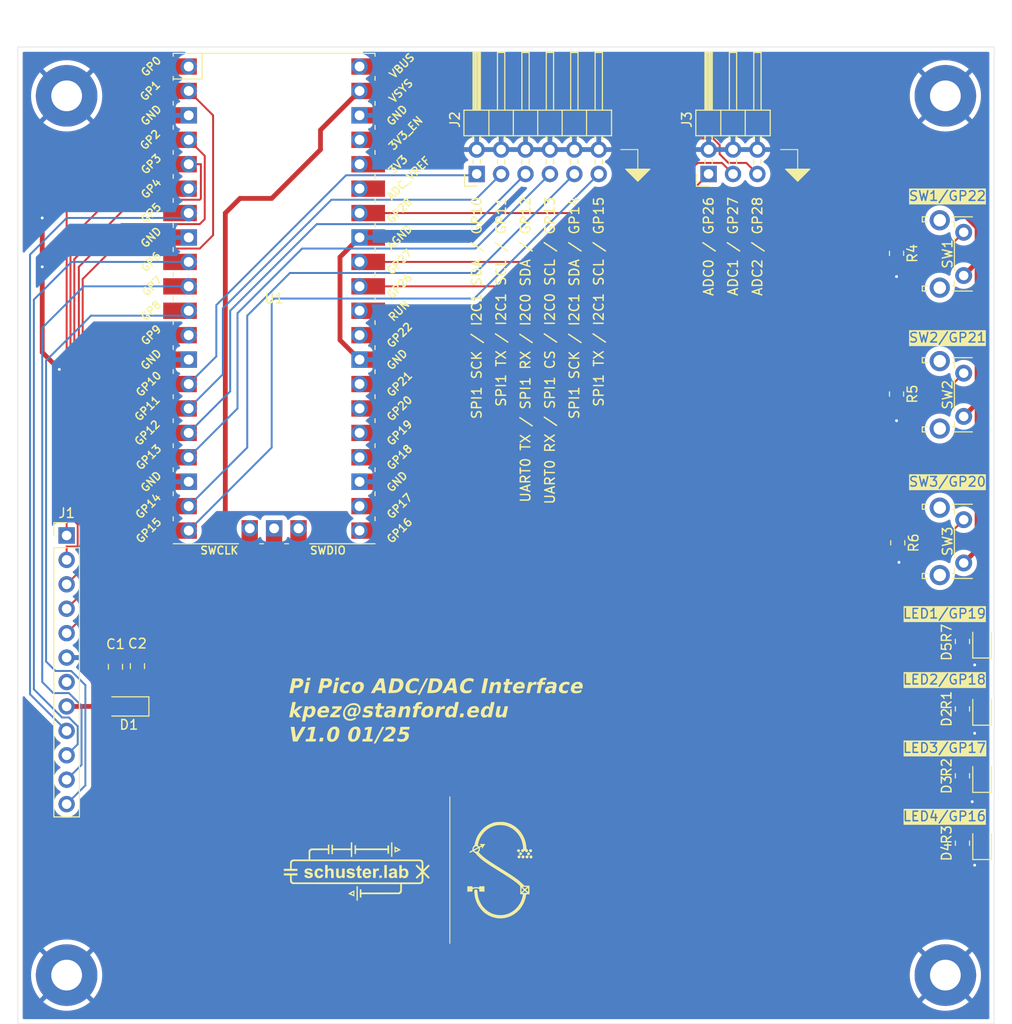
<source format=kicad_pcb>
(kicad_pcb (version 20240108) (generator "pcbnew") (generator_version "8.0")
  (layers (0 "F.Cu" signal) (31 "B.Cu" signal) (34 "B.Paste" user) (35 "F.Paste" user) (36 "B.SilkS" user "B.Silkscreen") (37 "F.SilkS" user "F.Silkscreen") (38 "B.Mask" user) (39 "F.Mask" user) (44 "Edge.Cuts" user))
  (net 0 "")
  (net 1 "+5V")
  (net 2 "GND")
  (net 3 "Net-(D1-K)")
  (net 4 "Net-(D2-A)")
  (net 5 "Net-(D3-A)")
  (net 6 "Net-(D4-A)")
  (net 7 "Net-(D5-A)")
  (net 8 "/SDO")
  (net 9 "/GPIO0{slash}~{ALARMIN}")
  (net 10 "/~{RESET}")
  (net 11 "/SCLK")
  (net 12 "/GPIO3{slash}~{DAV}")
  (net 14 "/GPIO1{slash}~{ALARMOUT}")
  (net 15 "/GPIO2{slash}~{ADCTRIG}")
  (net 16 "/~{CS}")
  (net 17 "/SDI")
  (net 18 "/SPI1_SCK_I2C1_SDA_GP14")
  (net 19 "/SPI1_SCK_I2C1_SDA_GP10")
  (net 20 "/SPI1_TX_I2C1_SCL_GP15")
  (net 21 "/UART0_TX_SPI1_RX_I2C0_SDA_GP12")
  (net 22 "/SPI1_TX_I2C1_SCL_GP11")
  (net 23 "/UART0_RX_SPI1_CS_I2C0_SCL_GP13")
  (net 24 "/ADC1")
  (net 25 "/ADC0")
  (net 26 "/ADC2")
  (net 27 "Net-(U1-GPIO18)")
  (net 28 "Net-(U1-GPIO17)")
  (net 29 "Net-(U1-GPIO16)")
  (net 30 "/SW1")
  (net 31 "/SW2")
  (net 32 "/SW3")
  (net 33 "Net-(U1-GPIO19)")
  (net 34 "+3V3")
  (footprint "LED_SMD:LED_0805_2012Metric" (layer "F.Cu") (at 100.3325 82.815 90)
    (property "Reference" "D4" (at -0.878 -3.6855 90) (layer "F.SilkS"))
    (property "Value" "LED")
    (pad "1" smd roundrect (at -0.9375 0 90) (size 0.975 1.4) (layers "F.Cu" "F.Paste" "F.Mask") (net 2 "GND"))
    (pad "2" smd roundrect (at 0.9375 0 90) (size 0.975 1.4) (layers "F.Cu" "F.Paste" "F.Mask") (net 6 "Net-(D4-A)"))
  )
  (footprint "Button_Switch_THT:SW_Tactile_SPST_Angled_PTS645Vx31-2LFS" (layer "F.Cu") (at 98.4275 33.92 -90)
    (property "Reference" "SW2" (at 2.25 1.68 90) (layer "F.SilkS"))
    (property "Value" "SW_SPST")
    (pad "" thru_hole circle (at -1.25 2.49 270) (size 2.1 2.1) (drill 1.3) (layers "*.Cu" "*.Mask"))
    (pad "" thru_hole circle (at 5.76 2.49 270) (size 2.1 2.1) (drill 1.3) (layers "*.Cu" "*.Mask"))
    (pad "1" thru_hole circle (at 0 0 270) (size 1.75 1.75) (drill 0.99) (layers "*.Cu" "*.Mask") (net 31 "/SW2"))
    (pad "2" thru_hole circle (at 4.5 0 270) (size 1.75 1.75) (drill 0.99) (layers "*.Cu" "*.Mask") (net 34 "+3V3"))
  )
  (footprint "Capacitor_SMD:C_0805_2012Metric" (layer "F.Cu") (at 12.446 64.389 90)
    (property "Reference" "C2" (at 2.352 0 180) (layer "F.SilkS"))
    (property "Value" "1u")
    (pad "1" smd roundrect (at -0.95 0 90) (size 1 1.45) (layers "F.Cu" "F.Paste" "F.Mask") (net 1 "+5V"))
    (pad "2" smd roundrect (at 0.95 0 90) (size 1 1.45) (layers "F.Cu" "F.Paste" "F.Mask") (net 2 "GND"))
  )
  (footprint "Resistor_SMD:R_0805_2012Metric" (layer "F.Cu") (at 98.298 61.8255 90)
    (property "Reference" "R7" (at 0.8655 -1.65 90) (layer "F.SilkS"))
    (property "Value" "5k")
    (pad "1" smd roundrect (at -0.9125 0 90) (size 1.025 1.4) (layers "F.Cu" "F.Paste" "F.Mask") (roundrect_rratio 0.243902) (net 33 "Net-(U1-GPIO19)"))
    (pad "2" smd roundrect (at 0.9125 0 90) (size 1.025 1.4) (layers "F.Cu" "F.Paste" "F.Mask") (roundrect_rratio 0.243902) (net 7 "Net-(D5-A)"))
  )
  (footprint "Resistor_SMD:R_0805_2012Metric" (layer "F.Cu") (at 91.44 36.0915 -90)
    (property "Reference" "R5" (at 0 -1.65 90) (layer "F.SilkS"))
    (property "Value" "5k")
    (pad "1" smd roundrect (at -0.9125 0 270) (size 1.025 1.4) (layers "F.Cu" "F.Paste" "F.Mask") (roundrect_rratio 0.243902) (net 31 "/SW2"))
    (pad "2" smd roundrect (at 0.9125 0 270) (size 1.025 1.4) (layers "F.Cu" "F.Paste" "F.Mask") (roundrect_rratio 0.243902) (net 2 "GND"))
  )
  (footprint "LED_SMD:LED_0805_2012Metric" (layer "F.Cu") (at 100.3325 61.86 90)
    (property "Reference" "D5" (at -1.005 -3.6855 90) (layer "F.SilkS"))
    (property "Value" "LED")
    (pad "1" smd roundrect (at -0.9375 0 90) (size 0.975 1.4) (layers "F.Cu" "F.Paste" "F.Mask") (net 2 "GND"))
    (pad "2" smd roundrect (at 0.9375 0 90) (size 0.975 1.4) (layers "F.Cu" "F.Paste" "F.Mask") (net 7 "Net-(D5-A)"))
  )
  (footprint "Connector_PinHeader_2.54mm:PinHeader_1x12_P2.54mm_Vertical" (layer "F.Cu") (at 5.08 50.8)
    (property "Reference" "J1" (at 0 -2.33 0) (layer "F.SilkS"))
    (property "Value" "Conn_01x12_Pin")
    (pad "1" thru_hole rect (at 0 0) (size 1.7 1.7) (drill 1) (layers "*.Cu" "*.Mask") (net 10 "/~{RESET}"))
    (pad "2" thru_hole oval (at 0 2.54) (size 1.7 1.7) (drill 1) (layers "*.Cu" "*.Mask") (net 8 "/SDO"))
    (pad "3" thru_hole oval (at 0 5.08) (size 1.7 1.7) (drill 1) (layers "*.Cu" "*.Mask") (net 17 "/SDI"))
    (pad "4" thru_hole oval (at 0 7.62) (size 1.7 1.7) (drill 1) (layers "*.Cu" "*.Mask") (net 11 "/SCLK"))
    (pad "5" thru_hole oval (at 0 10.16) (size 1.7 1.7) (drill 1) (layers "*.Cu" "*.Mask") (net 16 "/~{CS}"))
    (pad "6" thru_hole oval (at 0 12.7) (size 1.7 1.7) (drill 1) (layers "*.Cu" "*.Mask") (net 2 "GND"))
    (pad "7" thru_hole oval (at 0 15.24) (size 1.7 1.7) (drill 1) (layers "*.Cu" "*.Mask"))
    (pad "8" thru_hole oval (at 0 17.78) (size 1.7 1.7) (drill 1) (layers "*.Cu" "*.Mask") (net 1 "+5V"))
    (pad "9" thru_hole oval (at 0 20.32) (size 1.7 1.7) (drill 1) (layers "*.Cu" "*.Mask") (net 9 "/GPIO0{slash}~{ALARMIN}"))
    (pad "10" thru_hole oval (at 0 22.86) (size 1.7 1.7) (drill 1) (layers "*.Cu" "*.Mask") (net 14 "/GPIO1{slash}~{ALARMOUT}"))
    (pad "11" thru_hole oval (at 0 25.4) (size 1.7 1.7) (drill 1) (layers "*.Cu" "*.Mask") (net 15 "/GPIO2{slash}~{ADCTRIG}"))
    (pad "12" thru_hole oval (at 0 27.94) (size 1.7 1.7) (drill 1) (layers "*.Cu" "*.Mask") (net 12 "/GPIO3{slash}~{DAV}"))
  )
  (footprint "Resistor_SMD:R_0805_2012Metric" (layer "F.Cu") (at 91.567 51.562 -90)
    (property "Reference" "R6" (at 0 -1.65 90) (layer "F.SilkS"))
    (property "Value" "5k")
    (pad "1" smd roundrect (at -0.9125 0 270) (size 1.025 1.4) (layers "F.Cu" "F.Paste" "F.Mask") (roundrect_rratio 0.243902) (net 32 "/SW3"))
    (pad "2" smd roundrect (at 0.9125 0 270) (size 1.025 1.4) (layers "F.Cu" "F.Paste" "F.Mask") (roundrect_rratio 0.243902) (net 2 "GND"))
  )
  (footprint "Button_Switch_THT:SW_Tactile_SPST_Angled_PTS645Vx31-2LFS" (layer "F.Cu") (at 98.4275 49.16 -90)
    (property "Reference" "SW3" (at 2.25 1.68 90) (layer "F.SilkS"))
    (property "Value" "SW_SPST")
    (pad "" thru_hole circle (at -1.25 2.49 270) (size 2.1 2.1) (drill 1.3) (layers "*.Cu" "*.Mask"))
    (pad "" thru_hole circle (at 5.76 2.49 270) (size 2.1 2.1) (drill 1.3) (layers "*.Cu" "*.Mask"))
    (pad "1" thru_hole circle (at 0 0 270) (size 1.75 1.75) (drill 0.99) (layers "*.Cu" "*.Mask") (net 32 "/SW3"))
    (pad "2" thru_hole circle (at 4.5 0 270) (size 1.75 1.75) (drill 0.99) (layers "*.Cu" "*.Mask") (net 34 "+3V3"))
  )
  (footprint "MountingHole:MountingHole_3.2mm_M3_Pad" (layer "F.Cu") (at 5.08 96.52)
    (property "Reference" "H2" (hide yes))
    (property "Value" "MountingHole_Pad")
    (pad "1" thru_hole circle (at 0 0) (size 6.4 6.4) (drill 3.2) (layers "*.Cu" "*.Mask") (net 2 "GND"))
  )
  (footprint "Capacitor_SMD:C_0805_2012Metric" (layer "F.Cu") (at 10.16 64.455 90)
    (property "Reference" "C1" (at 2.352 0 180) (layer "F.SilkS"))
    (property "Value" "10u")
    (pad "1" smd roundrect (at -0.95 0 90) (size 1 1.45) (layers "F.Cu" "F.Paste" "F.Mask") (net 1 "+5V"))
    (pad "2" smd roundrect (at 0.95 0 90) (size 1 1.45) (layers "F.Cu" "F.Paste" "F.Mask") (net 2 "GND"))
  )
  (footprint "Button_Switch_THT:SW_Tactile_SPST_Angled_PTS645Vx31-2LFS" (layer "F.Cu") (at 98.4275 19.27 -90)
    (property "Reference" "SW1" (at 2.25 1.68 90) (layer "F.SilkS"))
    (property "Value" "SW_SPST")
    (pad "" thru_hole circle (at -1.25 2.49 270) (size 2.1 2.1) (drill 1.3) (layers "*.Cu" "*.Mask"))
    (pad "" thru_hole circle (at 5.76 2.49 270) (size 2.1 2.1) (drill 1.3) (layers "*.Cu" "*.Mask"))
    (pad "1" thru_hole circle (at 0 0 270) (size 1.75 1.75) (drill 0.99) (layers "*.Cu" "*.Mask") (net 30 "/SW1"))
    (pad "2" thru_hole circle (at 4.5 0 270) (size 1.75 1.75) (drill 0.99) (layers "*.Cu" "*.Mask") (net 34 "+3V3"))
  )
  (footprint "Connector_PinHeader_2.54mm:PinHeader_2x03_P2.54mm_Horizontal" (layer "F.Cu") (at 71.882 13.208 90)
    (property "Reference" "J3" (at 5.655 -2.27 90) (layer "F.SilkS"))
    (property "Value" "Conn_02x03_Odd_Even")
    (pad "1" thru_hole rect (at 0 0 90) (size 1.7 1.7) (drill 1) (layers "*.Cu" "*.Mask") (net 25 "/ADC0"))
    (pad "2" thru_hole oval (at 2.54 0 90) (size 1.7 1.7) (drill 1) (layers "*.Cu" "*.Mask") (net 2 "GND"))
    (pad "3" thru_hole oval (at 0 2.54 90) (size 1.7 1.7) (drill 1) (layers "*.Cu" "*.Mask") (net 24 "/ADC1"))
    (pad "4" thru_hole oval (at 2.54 2.54 90) (size 1.7 1.7) (drill 1) (layers "*.Cu" "*.Mask") (net 2 "GND"))
    (pad "5" thru_hole oval (at 0 5.08 90) (size 1.7 1.7) (drill 1) (layers "*.Cu" "*.Mask") (net 26 "/ADC2"))
    (pad "6" thru_hole oval (at 2.54 5.08 90) (size 1.7 1.7) (drill 1) (layers "*.Cu" "*.Mask") (net 2 "GND"))
  )
  (footprint "LED_SMD:LED_0805_2012Metric" (layer "F.Cu") (at 100.3325 68.845 90)
    (property "Reference" "D2" (at -0.878 -3.6855 90) (layer "F.SilkS"))
    (property "Value" "LED")
    (pad "1" smd roundrect (at -0.9375 0 90) (size 0.975 1.4) (layers "F.Cu" "F.Paste" "F.Mask") (net 2 "GND"))
    (pad "2" smd roundrect (at 0.9375 0 90) (size 0.975 1.4) (layers "F.Cu" "F.Paste" "F.Mask") (net 4 "Net-(D2-A)"))
  )
  (footprint "Connector_PinHeader_2.54mm:PinHeader_2x06_P2.54mm_Horizontal" (layer "F.Cu") (at 47.752 13.208 90)
    (property "Reference" "J2" (at 5.655 -2.27 90) (layer "F.SilkS"))
    (property "Value" "Conn_02x06_Odd_Even")
    (pad "1" thru_hole rect (at 0 0 90) (size 1.7 1.7) (drill 1) (layers "*.Cu" "*.Mask") (net 19 "/SPI1_SCK_I2C1_SDA_GP10"))
    (pad "2" thru_hole oval (at 2.54 0 90) (size 1.7 1.7) (drill 1) (layers "*.Cu" "*.Mask") (net 2 "GND"))
    (pad "3" thru_hole oval (at 0 2.54 90) (size 1.7 1.7) (drill 1) (layers "*.Cu" "*.Mask") (net 22 "/SPI1_TX_I2C1_SCL_GP11"))
    (pad "4" thru_hole oval (at 2.54 2.54 90) (size 1.7 1.7) (drill 1) (layers "*.Cu" "*.Mask") (net 2 "GND"))
    (pad "5" thru_hole oval (at 0 5.08 90) (size 1.7 1.7) (drill 1) (layers "*.Cu" "*.Mask") (net 21 "/UART0_TX_SPI1_RX_I2C0_SDA_GP12"))
    (pad "6" thru_hole oval (at 2.54 5.08 90) (size 1.7 1.7) (drill 1) (layers "*.Cu" "*.Mask") (net 2 "GND"))
    (pad "7" thru_hole oval (at 0 7.62 90) (size 1.7 1.7) (drill 1) (layers "*.Cu" "*.Mask") (net 23 "/UART0_RX_SPI1_CS_I2C0_SCL_GP13"))
    (pad "8" thru_hole oval (at 2.54 7.62 90) (size 1.7 1.7) (drill 1) (layers "*.Cu" "*.Mask") (net 2 "GND"))
    (pad "9" thru_hole oval (at 0 10.16 90) (size 1.7 1.7) (drill 1) (layers "*.Cu" "*.Mask") (net 18 "/SPI1_SCK_I2C1_SDA_GP14"))
    (pad "10" thru_hole oval (at 2.54 10.16 90) (size 1.7 1.7) (drill 1) (layers "*.Cu" "*.Mask") (net 2 "GND"))
    (pad "11" thru_hole oval (at 0 12.7 90) (size 1.7 1.7) (drill 1) (layers "*.Cu" "*.Mask") (net 20 "/SPI1_TX_I2C1_SCL_GP15"))
    (pad "12" thru_hole oval (at 2.54 12.7 90) (size 1.7 1.7) (drill 1) (layers "*.Cu" "*.Mask") (net 2 "GND"))
  )
  (footprint "MCU_RaspberryPi_and_Boards:RPi_Pico_SMD_TH" (layer "F.Cu") (at 26.67 26.162)
    (property "Reference" "U1" (at 0 0 0) (layer "F.SilkS"))
    (property "Value" "Pico")
    (fp_text user "GP8" (at -12.8 1.27 45) (layer "F.SilkS") (effects (font (size 0.8 0.8))))
    (fp_text user "GP2" (at -12.9 -16.51 45) (layer "F.SilkS") (effects (font (size 0.8 0.8))))
    (fp_text user "GND" (at -12.8 -6.35 45) (layer "F.SilkS") (effects (font (size 0.8 0.8))))
    (fp_text user "GP28" (at 13.054 -9.144 45) (layer "F.SilkS") (effects (font (size 0.8 0.8))))
    (fp_text user "GP3" (at -12.8 -13.97 45) (layer "F.SilkS") (effects (font (size 0.8 0.8))))
    (fp_text user "VBUS" (at 13.3 -24.2 45) (layer "F.SilkS") (effects (font (size 0.8 0.8))))
    (fp_text user "GP12" (at -13.2 13.97 45) (layer "F.SilkS") (effects (font (size 0.8 0.8))))
    (fp_text user "GP6" (at -12.8 -3.81 45) (layer "F.SilkS") (effects (font (size 0.8 0.8))))
    (fp_text user "AGND" (at 13.054 -6.35 45) (layer "F.SilkS") (effects (font (size 0.8 0.8))))
    (fp_text user "GP21" (at 13.054 8.9 45) (layer "F.SilkS") (effects (font (size 0.8 0.8))))
    (fp_text user "GP7" (at -12.7 -1.3 45) (layer "F.SilkS") (effects (font (size 0.8 0.8))))
    (fp_text user "GP18" (at 13.054 16.51 45) (layer "F.SilkS") (effects (font (size 0.8 0.8))))
    (fp_text user "SWDIO" (at 5.6 26.2 0) (layer "F.SilkS") (effects (font (size 0.8 0.8))))
    (fp_text user "GP26" (at 13.054 -1.27 45) (layer "F.SilkS") (effects (font (size 0.8 0.8))))
    (fp_text user "GP5" (at -12.8 -8.89 45) (layer "F.SilkS") (effects (font (size 0.8 0.8))))
    (fp_text user "GND" (at 12.8 19.05 45) (layer "F.SilkS") (effects (font (size 0.8 0.8))))
    (fp_text user "VSYS" (at 13.2 -21.59 45) (layer "F.SilkS") (effects (font (size 0.8 0.8))))
    (fp_text user "GND" (at -12.8 6.35 45) (layer "F.SilkS") (effects (font (size 0.8 0.8))))
    (fp_text user "GP14" (at -13.1 21.59 45) (layer "F.SilkS") (effects (font (size 0.8 0.8))))
    (fp_text user "3V3_EN" (at 13.7 -17.2 45) (layer "F.SilkS") (effects (font (size 0.8 0.8))))
    (fp_text user "GP11" (at -13.2 11.43 45) (layer "F.SilkS") (effects (font (size 0.8 0.8))))
    (fp_text user "GP27" (at 13.054 -3.8 45) (layer "F.SilkS") (effects (font (size 0.8 0.8))))
    (fp_text user "SWCLK" (at -5.7 26.2 0) (layer "F.SilkS") (effects (font (size 0.8 0.8))))
    (fp_text user "GP0" (at -12.8 -24.13 45) (layer "F.SilkS") (effects (font (size 0.8 0.8))))
    (fp_text user "GP4" (at -12.8 -11.43 45) (layer "F.SilkS") (effects (font (size 0.8 0.8))))
    (fp_text user "3V3" (at 12.9 -13.9 45) (layer "F.SilkS") (effects (font (size 0.8 0.8))))
    (fp_text user "GP9" (at -12.8 3.81 45) (layer "F.SilkS") (effects (font (size 0.8 0.8))))
    (fp_text user "GP17" (at 13.054 21.59 45) (layer "F.SilkS") (effects (font (size 0.8 0.8))))
    (fp_text user "GP10" (at -13.054 8.89 45) (layer "F.SilkS") (effects (font (size 0.8 0.8))))
    (fp_text user "GP1" (at -12.9 -21.6 45) (layer "F.SilkS") (effects (font (size 0.8 0.8))))
    (fp_text user "GP19" (at 13.054 13.97 45) (layer "F.SilkS") (effects (font (size 0.8 0.8))))
    (fp_text user "RUN" (at 13 1.27 45) (layer "F.SilkS") (effects (font (size 0.8 0.8))))
    (fp_text user "GP15" (at -13.054 24.13 45) (layer "F.SilkS") (effects (font (size 0.8 0.8))))
    (fp_text user "GP16" (at 13.054 24.13 45) (layer "F.SilkS") (effects (font (size 0.8 0.8))))
    (fp_text user "GP22" (at 13.054 3.81 45) (layer "F.SilkS") (effects (font (size 0.8 0.8))))
    (fp_text user "GP13" (at -13.054 16.51 45) (layer "F.SilkS") (effects (font (size 0.8 0.8))))
    (fp_text user "GND" (at -12.8 19.05 45) (layer "F.SilkS") (effects (font (size 0.8 0.8))))
    (fp_text user "GND" (at -12.8 -19.05 45) (layer "F.SilkS") (effects (font (size 0.8 0.8))))
    (fp_text user "GND" (at 12.8 -19.05 45) (layer "F.SilkS") (effects (font (size 0.8 0.8))))
    (fp_text user "GND" (at 12.8 6.35 45) (layer "F.SilkS") (effects (font (size 0.8 0.8))))
    (fp_text user "GP20" (at 13.054 11.43 45) (layer "F.SilkS") (effects (font (size 0.8 0.8))))
    (fp_text user "ADC_VREF" (at 14 -12.5 45) (layer "F.SilkS") (effects (font (size 0.8 0.8))))
    (pad "" np_thru_hole oval (at -2.725 -24) (size 1.8 1.8) (drill 1.8) (layers "*.Cu" "*.Mask"))
    (pad "" np_thru_hole oval (at -2.425 -20.97) (size 1.5 1.5) (drill 1.5) (layers "*.Cu" "*.Mask"))
    (pad "" np_thru_hole oval (at 2.425 -20.97) (size 1.5 1.5) (drill 1.5) (layers "*.Cu" "*.Mask"))
    (pad "" np_thru_hole oval (at 2.725 -24) (size 1.8 1.8) (drill 1.8) (layers "*.Cu" "*.Mask"))
    (pad "1" thru_hole oval (at -8.89 -24.13) (size 1.7 1.7) (drill 1.02) (layers "*.Cu" "*.Mask") (net 10 "/~{RESET}"))
    (pad "1" smd rect (at -8.89 -24.13) (size 3.5 1.7) (drill (offset -0.9 0)) (layers "F.Cu" "F.Mask") (net 10 "/~{RESET}"))
    (pad "2" thru_hole oval (at -8.89 -21.59) (size 1.7 1.7) (drill 1.02) (layers "*.Cu" "*.Mask") (net 16 "/~{CS}"))
    (pad "2" smd rect (at -8.89 -21.59) (size 3.5 1.7) (drill (offset -0.9 0)) (layers "F.Cu" "F.Mask") (net 16 "/~{CS}"))
    (pad "3" thru_hole rect (at -8.89 -19.05) (size 1.7 1.7) (drill 1.02) (layers "*.Cu" "*.Mask") (net 2 "GND"))
    (pad "3" smd rect (at -8.89 -19.05) (size 3.5 1.7) (drill (offset -0.9 0)) (layers "F.Cu" "F.Mask") (net 2 "GND"))
    (pad "4" thru_hole oval (at -8.89 -16.51) (size 1.7 1.7) (drill 1.02) (layers "*.Cu" "*.Mask") (net 11 "/SCLK"))
    (pad "4" smd rect (at -8.89 -16.51) (size 3.5 1.7) (drill (offset -0.9 0)) (layers "F.Cu" "F.Mask") (net 11 "/SCLK"))
    (pad "5" thru_hole oval (at -8.89 -13.97) (size 1.7 1.7) (drill 1.02) (layers "*.Cu" "*.Mask") (net 17 "/SDI"))
    (pad "5" smd rect (at -8.89 -13.97) (size 3.5 1.7) (drill (offset -0.9 0)) (layers "F.Cu" "F.Mask") (net 17 "/SDI"))
    (pad "6" thru_hole oval (at -8.89 -11.43) (size 1.7 1.7) (drill 1.02) (layers "*.Cu" "*.Mask") (net 8 "/SDO"))
    (pad "6" smd rect (at -8.89 -11.43) (size 3.5 1.7) (drill (offset -0.9 0)) (layers "F.Cu" "F.Mask") (net 8 "/SDO"))
    (pad "7" thru_hole oval (at -8.89 -8.89) (size 1.7 1.7) (drill 1.02) (layers "*.Cu" "*.Mask") (net 9 "/GPIO0{slash}~{ALARMIN}"))
    (pad "7" smd rect (at -8.89 -8.89) (size 3.5 1.7) (drill (offset -0.9 0)) (layers "F.Cu" "F.Mask") (net 9 "/GPIO0{slash}~{ALARMIN}"))
    (pad "8" thru_hole rect (at -8.89 -6.35) (size 1.7 1.7) (drill 1.02) (layers "*.Cu" "*.Mask") (net 2 "GND"))
    (pad "8" smd rect (at -8.89 -6.35) (size 3.5 1.7) (drill (offset -0.9 0)) (layers "F.Cu" "F.Mask") (net 2 "GND"))
    (pad "9" thru_hole oval (at -8.89 -3.81) (size 1.7 1.7) (drill 1.02) (layers "*.Cu" "*.Mask") (net 14 "/GPIO1{slash}~{ALARMOUT}"))
    (pad "9" smd rect (at -8.89 -3.81) (size 3.5 1.7) (drill (offset -0.9 0)) (layers "F.Cu" "F.Mask") (net 14 "/GPIO1{slash}~{ALARMOUT}"))
    (pad "10" thru_hole oval (at -8.89 -1.27) (size 1.7 1.7) (drill 1.02) (layers "*.Cu" "*.Mask") (net 15 "/GPIO2{slash}~{ADCTRIG}"))
    (pad "10" smd rect (at -8.89 -1.27) (size 3.5 1.7) (drill (offset -0.9 0)) (layers "F.Cu" "F.Mask") (net 15 "/GPIO2{slash}~{ADCTRIG}"))
    (pad "11" thru_hole oval (at -8.89 1.27) (size 1.7 1.7) (drill 1.02) (layers "*.Cu" "*.Mask") (net 12 "/GPIO3{slash}~{DAV}"))
    (pad "11" smd rect (at -8.89 1.27) (size 3.5 1.7) (drill (offset -0.9 0)) (layers "F.Cu" "F.Mask") (net 12 "/GPIO3{slash}~{DAV}"))
    (pad "12" thru_hole oval (at -8.89 3.81) (size 1.7 1.7) (drill 1.02) (layers "*.Cu" "*.Mask"))
    (pad "12" smd rect (at -8.89 3.81) (size 3.5 1.7) (drill (offset -0.9 0)) (layers "F.Cu" "F.Mask"))
    (pad "13" thru_hole rect (at -8.89 6.35) (size 1.7 1.7) (drill 1.02) (layers "*.Cu" "*.Mask") (net 2 "GND"))
    (pad "13" smd rect (at -8.89 6.35) (size 3.5 1.7) (drill (offset -0.9 0)) (layers "F.Cu" "F.Mask") (net 2 "GND"))
    (pad "14" thru_hole oval (at -8.89 8.89) (size 1.7 1.7) (drill 1.02) (layers "*.Cu" "*.Mask") (net 19 "/SPI1_SCK_I2C1_SDA_GP10"))
    (pad "14" smd rect (at -8.89 8.89) (size 3.5 1.7) (drill (offset -0.9 0)) (layers "F.Cu" "F.Mask") (net 19 "/SPI1_SCK_I2C1_SDA_GP10"))
    (pad "15" thru_hole oval (at -8.89 11.43) (size 1.7 1.7) (drill 1.02) (layers "*.Cu" "*.Mask") (net 22 "/SPI1_TX_I2C1_SCL_GP11"))
    (pad "15" smd rect (at -8.89 11.43) (size 3.5 1.7) (drill (offset -0.9 0)) (layers "F.Cu" "F.Mask") (net 22 "/SPI1_TX_I2C1_SCL_GP11"))
    (pad "16" thru_hole oval (at -8.89 13.97) (size 1.7 1.7) (drill 1.02) (layers "*.Cu" "*.Mask") (net 21 "/UART0_TX_SPI1_RX_I2C0_SDA_GP12"))
    (pad "16" smd rect (at -8.89 13.97) (size 3.5 1.7) (drill (offset -0.9 0)) (layers "F.Cu" "F.Mask") (net 21 "/UART0_TX_SPI1_RX_I2C0_SDA_GP12"))
    (pad "17" thru_hole oval (at -8.89 16.51) (size 1.7 1.7) (drill 1.02) (layers "*.Cu" "*.Mask") (net 23 "/UART0_RX_SPI1_CS_I2C0_SCL_GP13"))
    (pad "17" smd rect (at -8.89 16.51) (size 3.5 1.7) (drill (offset -0.9 0)) (layers "F.Cu" "F.Mask") (net 23 "/UART0_RX_SPI1_CS_I2C0_SCL_GP13"))
    (pad "18" thru_hole rect (at -8.89 19.05) (size 1.7 1.7) (drill 1.02) (layers "*.Cu" "*.Mask") (net 2 "GND"))
    (pad "18" smd rect (at -8.89 19.05) (size 3.5 1.7) (drill (offset -0.9 0)) (layers "F.Cu" "F.Mask") (net 2 "GND"))
    (pad "19" thru_hole oval (at -8.89 21.59) (size 1.7 1.7) (drill 1.02) (layers "*.Cu" "*.Mask") (net 18 "/SPI1_SCK_I2C1_SDA_GP14"))
    (pad "19" smd rect (at -8.89 21.59) (size 3.5 1.7) (drill (offset -0.9 0)) (layers "F.Cu" "F.Mask") (net 18 "/SPI1_SCK_I2C1_SDA_GP14"))
    (pad "20" thru_hole oval (at -8.89 24.13) (size 1.7 1.7) (drill 1.02) (layers "*.Cu" "*.Mask") (net 20 "/SPI1_TX_I2C1_SCL_GP15"))
    (pad "20" smd rect (at -8.89 24.13) (size 3.5 1.7) (drill (offset -0.9 0)) (layers "F.Cu" "F.Mask") (net 20 "/SPI1_TX_I2C1_SCL_GP15"))
    (pad "21" thru_hole oval (at 8.89 24.13) (size 1.7 1.7) (drill 1.02) (layers "*.Cu" "*.Mask") (net 29 "Net-(U1-GPIO16)"))
    (pad "21" smd rect (at 8.89 24.13) (size 3.5 1.7) (drill (offset 0.9 0)) (layers "F.Cu" "F.Mask") (net 29 "Net-(U1-GPIO16)"))
    (pad "22" thru_hole oval (at 8.89 21.59) (size 1.7 1.7) (drill 1.02) (layers "*.Cu" "*.Mask") (net 28 "Net-(U1-GPIO17)"))
    (pad "22" smd rect (at 8.89 21.59) (size 3.5 1.7) (drill (offset 0.9 0)) (layers "F.Cu" "F.Mask") (net 28 "Net-(U1-GPIO17)"))
    (pad "23" thru_hole rect (at 8.89 19.05) (size 1.7 1.7) (drill 1.02) (layers "*.Cu" "*.Mask") (net 2 "GND"))
    (pad "23" smd rect (at 8.89 19.05) (size 3.5 1.7) (drill (offset 0.9 0)) (layers "F.Cu" "F.Mask") (net 2 "GND"))
    (pad "24" thru_hole oval (at 8.89 16.51) (size 1.7 1.7) (drill 1.02) (layers "*.Cu" "*.Mask") (net 27 "Net-(U1-GPIO18)"))
    (pad "24" smd rect (at 8.89 16.51) (size 3.5 1.7) (drill (offset 0.9 0)) (layers "F.Cu" "F.Mask") (net 27 "Net-(U1-GPIO18)"))
    (pad "25" thru_hole oval (at 8.89 13.97) (size 1.7 1.7) (drill 1.02) (layers "*.Cu" "*.Mask") (net 33 "Net-(U1-GPIO19)"))
    (pad "25" smd rect (at 8.89 13.97) (size 3.5 1.7) (drill (offset 0.9 0)) (layers "F.Cu" "F.Mask") (net 33 "Net-(U1-GPIO19)"))
    (pad "26" thru_hole oval (at 8.89 11.43) (size 1.7 1.7) (drill 1.02) (layers "*.Cu" "*.Mask") (net 32 "/SW3"))
    (pad "26" smd rect (at 8.89 11.43) (size 3.5 1.7) (drill (offset 0.9 0)) (layers "F.Cu" "F.Mask") (net 32 "/SW3"))
    (pad "27" thru_hole oval (at 8.89 8.89) (size 1.7 1.7) (drill 1.02) (layers "*.Cu" "*.Mask") (net 31 "/SW2"))
    (pad "27" smd rect (at 8.89 8.89) (size 3.5 1.7) (drill (offset 0.9 0)) (layers "F.Cu" "F.Mask") (net 31 "/SW2"))
    (pad "28" thru_hole rect (at 8.89 6.35) (size 1.7 1.7) (drill 1.02) (layers "*.Cu" "*.Mask") (net 2 "GND"))
    (pad "28" smd rect (at 8.89 6.35) (size 3.5 1.7) (drill (offset 0.9 0)) (layers "F.Cu" "F.Mask") (net 2 "GND"))
    (pad "29" thru_hole oval (at 8.89 3.81) (size 1.7 1.7) (drill 1.02) (layers "*.Cu" "*.Mask") (net 30 "/SW1"))
    (pad "29" smd rect (at 8.89 3.81) (size 3.5 1.7) (drill (offset 0.9 0)) (layers "F.Cu" "F.Mask") (net 30 "/SW1"))
    (pad "30" thru_hole oval (at 8.89 1.27) (size 1.7 1.7) (drill 1.02) (layers "*.Cu" "*.Mask"))
    (pad "30" smd rect (at 8.89 1.27) (size 3.5 1.7) (drill (offset 0.9 0)) (layers "F.Cu" "F.Mask"))
    (pad "31" thru_hole oval (at 8.89 -1.27) (size 1.7 1.7) (drill 1.02) (layers "*.Cu" "*.Mask") (net 25 "/ADC0"))
    (pad "31" smd rect (at 8.89 -1.27) (size 3.5 1.7) (drill (offset 0.9 0)) (layers "F.Cu" "F.Mask") (net 25 "/ADC0"))
    (pad "32" thru_hole oval (at 8.89 -3.81) (size 1.7 1.7) (drill 1.02) (layers "*.Cu" "*.Mask") (net 24 "/ADC1"))
    (pad "32" smd rect (at 8.89 -3.81) (size 3.5 1.7) (drill (offset 0.9 0)) (layers "F.Cu" "F.Mask") (net 24 "/ADC1"))
    (pad "33" thru_hole rect (at 8.89 -6.35) (size 1.7 1.7) (drill 1.02) (layers "*.Cu" "*.Mask") (net 2 "GND"))
    (pad "33" smd rect (at 8.89 -6.35) (size 3.5 1.7) (drill (offset 0.9 0)) (layers "F.Cu" "F.Mask") (net 2 "GND"))
    (pad "34" thru_hole oval (at 8.89 -8.89) (size 1.7 1.7) (drill 1.02) (layers "*.Cu" "*.Mask") (net 26 "/ADC2"))
    (pad "34" smd rect (at 8.89 -8.89) (size 3.5 1.7) (drill (offset 0.9 0)) (layers "F.Cu" "F.Mask") (net 26 "/ADC2"))
    (pad "35" thru_hole oval (at 8.89 -11.43) (size 1.7 1.7) (drill 1.02) (layers "*.Cu" "*.Mask"))
    (pad "35" smd rect (at 8.89 -11.43) (size 3.5 1.7) (drill (offset 0.9 0)) (layers "F.Cu" "F.Mask"))
    (pad "36" thru_hole oval (at 8.89 -13.97) (size 1.7 1.7) (drill 1.02) (layers "*.Cu" "*.Mask") (net 34 "+3V3"))
    (pad "36" smd rect (at 8.89 -13.97) (size 3.5 1.7) (drill (offset 0.9 0)) (layers "F.Cu" "F.Mask") (net 34 "+3V3"))
    (pad "37" thru_hole oval (at 8.89 -16.51) (size 1.7 1.7) (drill 1.02) (layers "*.Cu" "*.Mask"))
    (pad "37" smd rect (at 8.89 -16.51) (size 3.5 1.7) (drill (offset 0.9 0)) (layers "F.Cu" "F.Mask"))
    (pad "38" thru_hole rect (at 8.89 -19.05) (size 1.7 1.7) (drill 1.02) (layers "*.Cu" "*.Mask") (net 2 "GND"))
    (pad "38" smd rect (at 8.89 -19.05) (size 3.5 1.7) (drill (offset 0.9 0)) (layers "F.Cu" "F.Mask") (net 2 "GND"))
    (pad "39" thru_hole oval (at 8.89 -21.59) (size 1.7 1.7) (drill 1.02) (layers "*.Cu" "*.Mask") (net 3 "Net-(D1-K)"))
    (pad "39" smd rect (at 8.89 -21.59) (size 3.5 1.7) (drill (offset 0.9 0)) (layers "F.Cu" "F.Mask") (net 3 "Net-(D1-K)"))
    (pad "40" thru_hole oval (at 8.89 -24.13) (size 1.7 1.7) (drill 1.02) (layers "*.Cu" "*.Mask"))
    (pad "40" smd rect (at 8.89 -24.13) (size 3.5 1.7) (drill (offset 0.9 0)) (layers "F.Cu" "F.Mask"))
    (pad "41" thru_hole oval (at -2.54 23.9) (size 1.7 1.7) (drill 1.02) (layers "*.Cu" "*.Mask"))
    (pad "41" smd rect (at -2.54 23.9 90) (size 3.5 1.7) (drill (offset -0.9 0)) (layers "F.Cu" "F.Mask"))
    (pad "42" thru_hole rect (at 0 23.9) (size 1.7 1.7) (drill 1.02) (layers "*.Cu" "*.Mask"))
    (pad "42" smd rect (at 0 23.9 90) (size 3.5 1.7) (drill (offset -0.9 0)) (layers "F.Cu" "F.Mask"))
    (pad "43" thru_hole oval (at 2.54 23.9) (size 1.7 1.7) (drill 1.02) (layers "*.Cu" "*.Mask"))
    (pad "43" smd rect (at 2.54 23.9 90) (size 3.5 1.7) (drill (offset -0.9 0)) (layers "F.Cu" "F.Mask"))
  )
  (footprint "MountingHole:MountingHole_3.2mm_M3_Pad" (layer "F.Cu") (at 96.52 5.08)
    (property "Reference" "H3" (hide yes))
    (property "Value" "MountingHole_Pad")
    (pad "1" thru_hole circle (at 0 0) (size 6.4 6.4) (drill 3.2) (layers "*.Cu" "*.Mask") (net 2 "GND"))
  )
  (footprint "Resistor_SMD:R_0805_2012Metric" (layer "F.Cu") (at 98.298 82.804 90)
    (property "Reference" "R3" (at 0.889 -1.65 90) (layer "F.SilkS"))
    (property "Value" "5k")
    (pad "1" smd roundrect (at -0.9125 0 90) (size 1.025 1.4) (layers "F.Cu" "F.Paste" "F.Mask") (roundrect_rratio 0.243902) (net 29 "Net-(U1-GPIO16)"))
    (pad "2" smd roundrect (at 0.9125 0 90) (size 1.025 1.4) (layers "F.Cu" "F.Paste" "F.Mask") (roundrect_rratio 0.243902) (net 6 "Net-(D4-A)"))
  )
  (footprint "MountingHole:MountingHole_3.2mm_M3_Pad" (layer "F.Cu") (at 5.08 5.08)
    (property "Reference" "H1" (hide yes))
    (property "Value" "MountingHole_Pad")
    (pad "1" thru_hole circle (at 0 0) (size 6.4 6.4) (drill 3.2) (layers "*.Cu" "*.Mask") (net 2 "GND"))
  )
  (footprint "Resistor_SMD:R_0805_2012Metric" (layer "F.Cu") (at 91.44 21.463 -90)
    (property "Reference" "R4" (at 0 -1.65 90) (layer "F.SilkS"))
    (property "Value" "5k")
    (pad "1" smd roundrect (at -0.9125 0 270) (size 1.025 1.4) (layers "F.Cu" "F.Paste" "F.Mask") (roundrect_rratio 0.243902) (net 30 "/SW1"))
    (pad "2" smd roundrect (at 0.9125 0 270) (size 1.025 1.4) (layers "F.Cu" "F.Paste" "F.Mask") (roundrect_rratio 0.243902) (net 2 "GND"))
  )
  (footprint "lablogos:slablogo" (layer "F.Cu") (at 35.433 85.598)
    (property "Reference" "G***" (hide yes))
    (property "Value" "LOGO" (hide yes))
  )
  (footprint "Diode_SMD:D_SOD-123F" (layer "F.Cu") (at 11.43 68.58 180)
    (property "Reference" "D1" (at -0.127 -1.905 0) (layer "F.SilkS"))
    (property "Value" "D_Schottky")
    (pad "1" smd roundrect (at -1.4 0 180) (size 1.1 1.1) (layers "F.Cu" "F.Paste" "F.Mask") (roundrect_rratio 0.2272727273) (net 3 "Net-(D1-K)"))
    (pad "2" smd roundrect (at 1.4 0 180) (size 1.1 1.1) (layers "F.Cu" "F.Paste" "F.Mask") (roundrect_rratio 0.2272727273) (net 1 "+5V"))
  )
  (footprint "lablogos:LINQSlogo" (layer "F.Cu") (at 50.038 85.598)
    (property "Reference" "G***" (hide yes))
    (property "Value" "LOGO" (hide yes))
  )
  (footprint "Resistor_SMD:R_0805_2012Metric" (layer "F.Cu") (at 98.298 68.834 90)
    (property "Reference" "R1" (at 0.889 -1.651 90) (layer "F.SilkS"))
    (property "Value" "5k")
    (pad "1" smd roundrect (at -0.9125 0 90) (size 1.025 1.4) (layers "F.Cu" "F.Paste" "F.Mask") (roundrect_rratio 0.243902) (net 27 "Net-(U1-GPIO18)"))
    (pad "2" smd roundrect (at 0.9125 0 90) (size 1.025 1.4) (layers "F.Cu" "F.Paste" "F.Mask") (roundrect_rratio 0.243902) (net 4 "Net-(D2-A)"))
  )
  (footprint "LED_SMD:LED_0805_2012Metric" (layer "F.Cu") (at 100.3325 75.83 90)
    (property "Reference" "D3" (at -0.878 -3.6855 90) (layer "F.SilkS"))
    (property "Value" "LED")
    (pad "1" smd roundrect (at -0.9375 0 90) (size 0.975 1.4) (layers "F.Cu" "F.Paste" "F.Mask") (net 2 "GND"))
    (pad "2" smd roundrect (at 0.9375 0 90) (size 0.975 1.4) (layers "F.Cu" "F.Paste" "F.Mask") (net 5 "Net-(D3-A)"))
  )
  (footprint "Resistor_SMD:R_0805_2012Metric" (layer "F.Cu") (at 98.298 75.7955 90)
    (property "Reference" "R2" (at 0.8655 -1.651 90) (layer "F.SilkS"))
    (property "Value" "5k")
    (pad "1" smd roundrect (at -0.9125 0 90) (size 1.025 1.4) (layers "F.Cu" "F.Paste" "F.Mask") (roundrect_rratio 0.243902) (net 28 "Net-(U1-GPIO17)"))
    (pad "2" smd roundrect (at 0.9125 0 90) (size 1.025 1.4) (layers "F.Cu" "F.Paste" "F.Mask") (roundrect_rratio 0.243902) (net 5 "Net-(D3-A)"))
  )
  (footprint "MountingHole:MountingHole_3.2mm_M3_Pad" (layer "F.Cu") (at 96.52 96.52)
    (property "Reference" "H4" (hide yes))
    (property "Value" "MountingHole_Pad")
    (pad "1" thru_hole circle (at 0 0) (size 6.4 6.4) (drill 3.2) (layers "*.Cu" "*.Mask") (net 2 "GND"))
  )
  (gr_line (start 64.516 10.668) (end 62.738 10.668) (stroke (width 0.1)) (layer "F.SilkS"))
  (gr_poly (pts (xy 79.883 12.7) (xy 82.423 12.7) (xy 81.153 13.97)) (stroke (width 0.1)) (fill solid) (layer "F.SilkS"))
  (gr_poly (pts (xy 63.246 12.7) (xy 65.786 12.7) (xy 64.516 13.97)) (stroke (width 0.1)) (fill solid) (layer "F.SilkS"))
  (gr_line (start 44.958 77.978) (end 44.958 93.218) (stroke (width 0.1)) (layer "F.SilkS"))
  (gr_line (start 81.153 10.668) (end 81.153 12.7) (stroke (width 0.1)) (layer "F.SilkS"))
  (gr_line (start 81.153 10.668) (end 79.375 10.668) (stroke (width 0.1)) (layer "F.SilkS"))
  (gr_line (start 64.516 10.668) (end 64.516 12.7) (stroke (width 0.1)) (layer "F.SilkS"))
  (gr_rect (start 0 0) (end 101.6 101.6) (stroke (width 0.05)) (fill none) (layer "Edge.Cuts"))
  (gr_text "SW1/GP22" (at 100.838 15.494 0) (layer "F.SilkS" knockout) (effects (font (size 1 1)) (justify right)))
  (gr_text "UART0 TX / SPI1 RX / I2C0 SDA / GP12" (at 52.832 15.494 90) (layer "F.SilkS") (effects (font (size 1 1)) (justify right)))
  (gr_text "LED4/GP16" (at 100.838 80.01 0) (layer "F.SilkS" knockout) (effects (font (size 1 1)) (justify right)))
  (gr_text "SPI1 SCK / I2C1 SDA / GP10" (at 47.752 15.494 90) (layer "F.SilkS") (effects (font (size 1 1)) (justify right)))
  (gr_text "LED2/GP18" (at 100.838 65.786 0) (layer "F.SilkS" knockout) (effects (font (size 1 1)) (justify right)))
  (gr_text "SPI1 TX / I2C1 SCL / GP15" (at 60.452 15.494 90) (layer "F.SilkS") (effects (font (size 1 1)) (justify right)))
  (gr_text "ADC2 / GP28" (at 76.962 15.494 90) (layer "F.SilkS") (effects (font (size 1 1)) (justify right)))
  (gr_text "SPI1 SCK / I2C1 SDA / GP14" (at 57.912 15.494 90) (layer "F.SilkS") (effects (font (size 1 1)) (justify right)))
  (gr_text "UART0 RX / SPI1 CS / I2C0 SCL / GP13" (at 55.372 15.494 90) (layer "F.SilkS") (effects (font (size 1 1)) (justify right)))
  (gr_text "ADC1 / GP27" (at 74.422 15.494 90) (layer "F.SilkS") (effects (font (size 1 1)) (justify right)))
  (gr_text "Pi Pico ADC/DAC Interface\nkpez@stanford.edu\nV1.0 01/25" (at 28.067 69.088 0) (layer "F.SilkS") (effects (font (size 1.5 1.5) (thickness 0.3) (bold yes) (italic yes)) (justify left)))
  (gr_text "LED3/GP17" (at 100.838 72.898 0) (layer "F.SilkS" knockout) (effects (font (size 1 1)) (justify right)))
  (gr_text "ADC0 / GP26" (at 71.882 15.494 90) (layer "F.SilkS") (effects (font (size 1 1)) (justify right)))
  (gr_text "LED1/GP19" (at 100.838 58.928 0) (layer "F.SilkS" knockout) (effects (font (size 1 1)) (justify right)))
  (gr_text "SW3/GP20" (at 100.838 45.212 0) (layer "F.SilkS" knockout) (effects (font (size 1 1)) (justify right)))
  (gr_text "SW2/GP21" (at 100.838 30.226 0) (layer "F.SilkS" knockout) (effects (font (size 1 1)) (justify right)))
  (gr_text "SPI1 TX / I2C1 SCL / GP11" (at 50.292 15.494 90) (layer "F.SilkS") (effects (font (size 1 1)) (justify right)))
  (segment (start 10.03 68.58) (end 5.08 68.58) (width 0.5) (layer "F.Cu") (net 1))
  (segment (start 10.16 65.405) (end 12.38 65.405) (width 0.5) (layer "F.Cu") (net 1))
  (segment (start 12.38 65.405) (end 12.446 65.339) (width 0.5) (layer "F.Cu") (net 1))
  (segment (start 10.16 65.405) (end 10.16 68.45) (width 0.5) (layer "F.Cu") (net 1))
  (segment (start 10.16 68.45) (end 10.03 68.58) (width 0.5) (layer "F.Cu") (net 1))
  (segment (start 100.3325 69.7825) (end 100.3325 70.6095) (width 0.5) (layer "F.Cu") (net 2))
  (segment (start 2.54 22.86) (end 2.54 31.75) (width 0.5) (layer "F.Cu") (net 2))
  (segment (start 2.54 17.78) (end 2.54 22.86) (width 0.5) (layer "F.Cu") (net 2))
  (segment (start 100.3325 84.3255) (end 99.568 85.09) (width 0.5) (layer "F.Cu") (net 2))
  (segment (start 100.3325 63.4975) (end 99.568 64.262) (width 0.5) (layer "F.Cu") (net 2))
  (segment (start 100.3325 77.4675) (end 99.314 78.486) (width 0.5) (layer "F.Cu") (net 2))
  (segment (start 100.3325 62.7975) (end 100.3325 63.4975) (width 0.5) (layer "F.Cu") (net 2))
  (segment (start 91.567 52.4745) (end 91.567 53.467) (width 0.5) (layer "F.Cu") (net 2))
  (segment (start 91.44 37.004) (end 91.44 38.862) (width 0.5) (layer "F.Cu") (net 2))
  (segment (start 33.528 21.844) (end 33.528 30.48) (width 0.5) (layer "F.Cu") (net 2))
  (segment (start 100.3325 76.7675) (end 100.3325 77.4675) (width 0.5) (layer "F.Cu") (net 2))
  (segment (start 2.54 31.75) (end 4.318 33.528) (width 0.5) (layer "F.Cu") (net 2))
  (segment (start 33.528 30.48) (end 35.56 32.512) (width 0.5) (layer "F.Cu") (net 2))
  (segment (start 100.3325 70.6095) (end 99.568 71.374) (width 0.5) (layer "F.Cu") (net 2))
  (segment (start 5.08 63.5) (end 12.385 63.5) (width 0.5) (layer "F.Cu") (net 2))
  (segment (start 35.56 19.812) (end 33.528 21.844) (width 0.5) (layer "F.Cu") (net 2))
  (segment (start 100.3325 83.7525) (end 100.3325 84.3255) (width 0.5) (layer "F.Cu") (net 2))
  (segment (start 91.567 53.467) (end 91.694 53.594) (width 0.5) (layer "F.Cu") (net 2))
  (segment (start 91.44 22.3755) (end 91.44 23.876) (width 0.5) (layer "F.Cu") (net 2))
  (segment (start 12.385 63.5) (end 12.446 63.439) (width 0.5) (layer "F.Cu") (net 2))
  (via (at 2.54 22.86) (size 0.6) (drill 0.3) (layers "F.Cu" "B.Cu") (net 2))
  (via (at 99.568 71.374) (size 0.6) (drill 0.3) (layers "F.Cu" "B.Cu") (net 2))
  (via (at 99.314 78.486) (size 0.6) (drill 0.3) (layers "F.Cu" "B.Cu") (net 2))
  (via (at 4.318 33.528) (size 0.6) (drill 0.3) (layers "F.Cu" "B.Cu") (net 2))
  (via (at 91.44 23.876) (size 0.6) (drill 0.3) (layers "F.Cu" "B.Cu") (net 2))
  (via (at 99.568 64.262) (size 0.6) (drill 0.3) (layers "F.Cu" "B.Cu") (net 2))
  (via (at 2.54 17.78) (size 0.6) (drill 0.3) (layers "F.Cu" "B.Cu") (net 2))
  (via (at 91.694 53.594) (size 0.6) (drill 0.3) (layers "F.Cu" "B.Cu") (net 2))
  (via (at 91.44 38.862) (size 0.6) (drill 0.3) (layers "F.Cu" "B.Cu") (net 2))
  (via (at 99.568 85.09) (size 0.6) (drill 0.3) (layers "F.Cu" "B.Cu") (net 2))
  (segment (start 23.114 15.748) (end 26.416 15.748) (width 0.5) (layer "F.Cu") (net 3))
  (segment (start 31.496 10.668) (end 31.496 8.636) (width 0.5) (layer "F.Cu") (net 3))
  (segment (start 26.416 15.748) (end 31.496 10.668) (width 0.5) (layer "F.Cu") (net 3))
  (segment (start 12.83 68.58) (end 21.59 59.82) (width 0.5) (layer "F.Cu") (net 3))
  (segment (start 21.59 59.82) (end 21.59 17.272) (width 0.5) (layer "F.Cu") (net 3))
  (segment (start 31.496 8.636) (end 35.56 4.572) (width 0.5) (layer "F.Cu") (net 3))
  (segment (start 21.59 17.272) (end 23.114 15.748) (width 0.5) (layer "F.Cu") (net 3))
  (segment (start 98.298 67.9215) (end 100.3185 67.9215) (width 0.2) (layer "F.Cu") (net 4))
  (segment (start 100.3185 67.9215) (end 100.3325 67.9075) (width 0.2) (layer "F.Cu") (net 4))
  (segment (start 100.323 74.883) (end 100.3325 74.8925) (width 0.2) (layer "F.Cu") (net 5))
  (segment (start 98.298 74.883) (end 100.323 74.883) (width 0.2) (layer "F.Cu") (net 5))
  (segment (start 98.298 81.8915) (end 100.3185 81.8915) (width 0.2) (layer "F.Cu") (net 6))
  (segment (start 100.3185 81.8915) (end 100.3325 81.8775) (width 0.2) (layer "F.Cu") (net 6))
  (segment (start 100.323 60.913) (end 100.3325 60.9225) (width 0.2) (layer "F.Cu") (net 7))
  (segment (start 98.298 60.913) (end 100.323 60.913) (width 0.2) (layer "F.Cu") (net 7))
  (segment (start 6.23 51.95) (end 6.23 49.65) (width 0.2) (layer "F.Cu") (net 8))
  (segment (start 5.48 19.92) (end 10.668 14.732) (width 0.2) (layer "F.Cu") (net 8))
  (segment (start 5.48 48.9) (end 5.48 19.92) (width 0.2) (layer "F.Cu") (net 8))
  (segment (start 5.08 53.34) (end 5.08 51.95) (width 0.2) (layer "F.Cu") (net 8))
  (segment (start 10.668 14.732) (end 17.78 14.732) (width 0.2) (layer "F.Cu") (net 8))
  (segment (start 5.08 51.95) (end 6.23 51.95) (width 0.2) (layer "F.Cu") (net 8))
  (segment (start 6.23 49.65) (end 5.48 48.9) (width 0.2) (layer "F.Cu") (net 8))
  (segment (start 1.27 67.31) (end 1.27 21.59) (width 0.2) (layer "B.Cu") (net 9))
  (segment (start 5.08 17.78) (end 17.272 17.78) (width 0.2) (layer "B.Cu") (net 9))
  (segment (start 17.272 17.78) (end 17.78 17.272) (width 0.2) (layer "B.Cu") (net 9))
  (segment (start 5.08 71.12) (end 1.27 67.31) (width 0.2) (layer "B.Cu") (net 9))
  (segment (start 1.27 21.59) (end 5.08 17.78) (width 0.2) (layer "B.Cu") (net 9))
  (segment (start 5.08 50.8) (end 5.08 13.172) (width 0.2) (layer "F.Cu") (net 10))
  (segment (start 5.08 13.172) (end 16.22 2.032) (width 0.2) (layer "F.Cu") (net 10))
  (segment (start 16.22 2.032) (end 17.78 2.032) (width 0.2) (layer "F.Cu") (net 10))
  (segment (start 6.35 22.86) (end 10.788 18.422) (width 0.2) (layer "F.Cu") (net 11))
  (segment (start 6.35 48.26) (end 6.35 22.86) (width 0.2) (layer "F.Cu") (net 11))
  (segment (start 7.03 48.94) (end 6.35 48.26) (width 0.2) (layer "F.Cu") (net 11))
  (segment (start 19.45 11.322) (end 17.78 9.652) (width 0.2) (layer "F.Cu") (net 11))
  (segment (start 10.788 18.422) (end 18.93 18.422) (width 0.2) (layer "F.Cu") (net 11))
  (segment (start 19.45 17.902) (end 19.45 11.322) (width 0.2) (layer "F.Cu") (net 11))
  (segment (start 7.03 56.47) (end 7.03 48.94) (width 0.2) (layer "F.Cu") (net 11))
  (segment (start 5.08 58.42) (end 7.03 56.47) (width 0.2) (layer "F.Cu") (net 11))
  (segment (start 18.93 18.422) (end 19.45 17.902) (width 0.2) (layer "F.Cu") (net 11))
  (segment (start 3.924314 64.89) (end 2.94 63.905686) (width 0.2) (layer "B.Cu") (net 12))
  (segment (start 5.08 78.74) (end 7.03 76.79) (width 0.2) (layer "B.Cu") (net 12))
  (segment (start 2.94 32.62) (end 7.62 27.94) (width 0.2) (layer "B.Cu") (net 12))
  (segment (start 5.556346 64.89) (end 3.924314 64.89) (width 0.2) (layer "B.Cu") (net 12))
  (segment (start 7.03 76.79) (end 7.03 66.363654) (width 0.2) (layer "B.Cu") (net 12))
  (segment (start 17.272 27.94) (end 17.78 27.432) (width 0.2) (layer "B.Cu") (net 12))
  (segment (start 2.94 63.905686) (end 2.94 32.62) (width 0.2) (layer "B.Cu") (net 12))
  (segment (start 7.62 27.94) (end 17.272 27.94) (width 0.2) (layer "B.Cu") (net 12))
  (segment (start 7.03 66.363654) (end 5.556346 64.89) (width 0.2) (layer "B.Cu") (net 12))
  (segment (start 1.67 26.27) (end 5.588 22.352) (width 0.2) (layer "B.Cu") (net 14))
  (segment (start 1.67 66.796346) (end 1.67 26.27) (width 0.2) (layer "B.Cu") (net 14))
  (segment (start 6.23 72.51) (end 6.23 70.643654) (width 0.2) (layer "B.Cu") (net 14))
  (segment (start 5.588 22.352) (end 17.78 22.352) (width 0.2) (layer "B.Cu") (net 14))
  (segment (start 5.316346 69.73) (end 4.603654 69.73) (width 0.2) (layer "B.Cu") (net 14))
  (segment (start 6.23 70.643654) (end 5.316346 69.73) (width 0.2) (layer "B.Cu") (net 14))
  (segment (start 5.08 73.66) (end 6.23 72.51) (width 0.2) (layer "B.Cu") (net 14))
  (segment (start 4.603654 69.73) (end 1.67 66.796346) (width 0.2) (layer "B.Cu") (net 14))
  (segment (start 5.08 76.2) (end 6.63 74.65) (width 0.2) (layer "B.Cu") (net 15))
  (segment (start 2.54 29.21) (end 6.858 24.892) (width 0.2) (layer "B.Cu") (net 15))
  (segment (start 6.858 24.892) (end 17.78 24.892) (width 0.2) (layer "B.Cu") (net 15))
  (segment (start 6.63 68.503654) (end 5.316346 67.19) (width 0.2) (layer "B.Cu") (net 15))
  (segment (start 3.69 67.19) (end 2.54 66.04) (width 0.2) (layer "B.Cu") (net 15))
  (segment (start 5.316346 67.19) (end 3.69 67.19) (width 0.2) (layer "B.Cu") (net 15))
  (segment (start 6.63 74.65) (end 6.63 68.503654) (width 0.2) (layer "B.Cu") (net 15))
  (segment (start 2.54 66.04) (end 2.54 29.21) (width 0.2) (layer "B.Cu") (net 15))
  (segment (start 7.43 58.61) (end 7.43 48.774315) (width 0.2) (layer "F.Cu") (net 16))
  (segment (start 18.93 20.962) (end 20.32 19.572) (width 0.2) (layer "F.Cu") (net 16))
  (segment (start 5.08 60.96) (end 7.43 58.61) (width 0.2) (layer "F.Cu") (net 16))
  (segment (start 6.75 24.13) (end 9.918 20.962) (width 0.2) (layer "F.Cu") (net 16))
  (segment (start 7.43 48.774315) (end 6.75 48.094315) (width 0.2) (layer "F.Cu") (net 16))
  (segment (start 6.75 48.094315) (end 6.75 24.13) (width 0.2) (layer "F.Cu") (net 16))
  (segment (start 20.32 7.112) (end 17.78 4.572) (width 0.2) (layer "F.Cu") (net 16))
  (segment (start 20.32 19.572) (end 20.32 7.112) (width 0.2) (layer "F.Cu") (net 16))
  (segment (start 9.918 20.962) (end 18.93 20.962) (width 0.2) (layer "F.Cu") (net 16))
  (segment (start 12.058 15.882) (end 18.93 15.882) (width 0.2) (layer "F.Cu") (net 17))
  (segment (start 6.63 54.33) (end 6.63 49.484314) (width 0.2) (layer "F.Cu") (net 17))
  (segment (start 19.05 15.762) (end 19.05 12.192) (width 0.2) (layer "F.Cu") (net 17))
  (segment (start 5.88 48.734314) (end 5.88 22.06) (width 0.2) (layer "F.Cu") (net 17))
  (segment (start 5.08 55.88) (end 6.63 54.33) (width 0.2) (layer "F.Cu") (net 17))
  (segment (start 6.63 49.484314) (end 5.88 48.734314) (width 0.2) (layer "F.Cu") (net 17))
  (segment (start 5.88 22.06) (end 12.058 15.882) (width 0.2) (layer "F.Cu") (net 17))
  (segment (start 19.05 12.192) (end 17.78 12.192) (width 0.2) (layer "F.Cu") (net 17))
  (segment (start 18.93 15.882) (end 19.05 15.762) (width 0.2) (layer "F.Cu") (net 17))
  (segment (start 17.78 47.752) (end 23.876 41.656) (width 0.2) (layer "B.Cu") (net 18))
  (segment (start 28.314 23.502) (end 47.618 23.502) (width 0.2) (layer "B.Cu") (net 18))
  (segment (start 47.618 23.502) (end 57.912 13.208) (width 0.2) (layer "B.Cu") (net 18))
  (segment (start 23.876 41.656) (end 23.876 27.94) (width 0.2) (layer "B.Cu") (net 18))
  (segment (start 23.876 27.94) (end 28.314 23.502) (width 0.2) (layer "B.Cu") (net 18))
  (segment (start 17.78 35.052) (end 20.656827 32.175173) (width 0.2) (layer "B.Cu") (net 19))
  (segment (start 20.656827 32.175173) (end 20.656827 26.841173) (width 0.2) (layer "B.Cu") (net 19))
  (segment (start 47.618 13.342) (end 47.752 13.208) (width 0.2) (layer "B.Cu") (net 19))
  (segment (start 20.656827 26.841173) (end 34.156 13.342) (width 0.2) (layer "B.Cu") (net 19))
  (segment (start 34.156 13.342) (end 47.618 13.342) (width 0.2) (layer "B.Cu") (net 19))
  (segment (start 26.67 26.162) (end 47.498 26.162) (width 0.2) (layer "B.Cu") (net 20))
  (segment (start 17.78 50.292) (end 26.416 41.656) (width 0.2) (layer "B.Cu") (net 20))
  (segment (start 47.498 26.162) (end 60.452 13.208) (width 0.2) (layer "B.Cu") (net 20))
  (segment (start 26.416 41.656) (end 26.416 26.416) (width 0.2) (layer "B.Cu") (net 20))
  (segment (start 26.416 26.416) (end 26.67 26.162) (width 0.2) (layer "B.Cu") (net 20))
  (segment (start 22.098 35.814) (end 22.098 27.432) (width 0.2) (layer "B.Cu") (net 21))
  (segment (start 31.108 18.422) (end 47.618 18.422) (width 0.2) (layer "B.Cu") (net 21))
  (segment (start 47.618 18.422) (end 52.832 13.208) (width 0.2) (layer "B.Cu") (net 21))
  (segment (start 17.78 40.132) (end 22.098 35.814) (width 0.2) (layer "B.Cu") (net 21))
  (segment (start 22.098 27.432) (end 31.108 18.422) (width 0.2) (layer "B.Cu") (net 21))
  (segment (start 47.618 15.882) (end 50.292 13.208) (width 0.2) (layer "B.Cu") (net 22))
  (segment (start 21.336 34.036) (end 21.336 27.178) (width 0.2) (layer "B.Cu") (net 22))
  (segment (start 32.632 15.882) (end 47.618 15.882) (width 0.2) (layer "B.Cu") (net 22))
  (segment (start 21.336 27.178) (end 32.632 15.882) (width 0.2) (layer "B.Cu") (net 22))
  (segment (start 17.78 37.592) (end 21.336 34.036) (width 0.2) (layer "B.Cu") (net 22))
  (segment (start 47.618 20.962) (end 55.372 13.208) (width 0.2) (layer "B.Cu") (net 23))
  (segment (start 22.86 27.686) (end 29.584 20.962) (width 0.2) (layer "B.Cu") (net 23))
  (segment (start 22.86 37.592) (end 22.86 27.686) (width 0.2) (layer "B.Cu") (net 23))
  (segment (start 17.78 42.672) (end 22.86 37.592) (width 0.2) (layer "B.Cu") (net 23))
  (segment (start 29.584 20.962) (end 47.618 20.962) (width 0.2) (layer "B.Cu") (net 23))
  (segment (start 73.272 12.058) (end 70.732 12.058) (width 0.2) (layer "F.Cu") (net 24))
  (segment (start 74.422 13.208) (end 73.272 12.058) (width 0.2) (layer "F.Cu") (net 24))
  (segment (start 60.438 22.352) (end 35.56 22.352) (width 0.2) (layer "F.Cu") (net 24))
  (segment (start 70.732 12.058) (end 60.438 22.352) (width 0.2) (layer "F.Cu") (net 24))
  (segment (start 60.198 24.892) (end 35.56 24.892) (width 0.2) (layer "F.Cu") (net 25))
  (segment (start 71.882 13.208) (end 60.198 24.892) (width 0.2) (layer "F.Cu") (net 25))
  (segment (start 73.032 11.144346) (end 73.032 10.191654) (width 0.2) (layer "F.Cu") (net 26))
  (segment (start 76.962 13.208) (end 75.812 12.058) (width 0.2) (layer "F.Cu") (net 26))
  (segment (start 70.746 9.518) (end 62.992 17.272) (width 0.2) (layer "F.Cu") (net 26))
  (segment (start 73.945654 12.058) (end 73.032 11.144346) (width 0.2) (layer "F.Cu") (net 26))
  (segment (start 73.032 10.191654) (end 72.358346 9.518) (width 0.2) (layer "F.Cu") (net 26))
  (segment (start 62.992 17.272) (end 35.56 17.272) (width 0.2) (layer "F.Cu") (net 26))
  (segment (start 72.358346 9.518) (end 70.746 9.518) (width 0.2) (layer "F.Cu") (net 26))
  (segment (start 75.812 12.058) (end 73.945654 12.058) (width 0.2) (layer "F.Cu") (net 26))
  (segment (start 35.56 42.672) (end 64.516 42.672) (width 0.2) (layer "F.Cu") (net 27))
  (segment (start 64.516 42.672) (end 91.5905 69.7465) (width 0.2) (layer "F.Cu") (net 27))
  (segment (start 91.5905 69.7465) (end 98.298 69.7465) (width 0.2) (layer "F.Cu") (net 27))
  (segment (start 35.56 47.752) (end 62.484 47.752) (width 0.2) (layer "F.Cu") (net 28))
  (segment (start 91.44 76.708) (end 98.298 76.708) (width 0.2) (layer "F.Cu") (net 28))
  (segment (start 62.484 47.752) (end 91.44 76.708) (width 0.2) (layer "F.Cu") (net 28))
  (segment (start 60.96 50.292) (end 94.3845 83.7165) (width 0.2) (layer "F.Cu") (net 29))
  (segment (start 94.3845 83.7165) (end 98.298 83.7165) (width 0.2) (layer "F.Cu") (net 29))
  (segment (start 35.56 50.292) (end 60.96 50.292) (width 0.2) (layer "F.Cu") (net 29))
  (segment (start 82.0185 29.972) (end 91.44 20.5505) (width 0.2) (layer "F.Cu") (net 30))
  (segment (start 97.147 20.5505) (end 91.44 20.5505) (width 0.2) (layer "F.Cu") (net 30))
  (segment (start 98.4275 19.27) (end 97.147 20.5505) (width 0.2) (layer "F.Cu") (net 30))
  (segment (start 35.56 29.972) (end 82.0185 29.972) (width 0.2) (layer "F.Cu") (net 30))
  (segment (start 91.44 35.179) (end 97.1685 35.179) (width 0.2) (layer "F.Cu") (net 31))
  (segment (start 97.1685 35.179) (end 98.4275 33.92) (width 0.2) (layer "F.Cu") (net 31))
  (segment (start 35.56 35.052) (end 38.1 35.052) (width 0.2) (layer "F.Cu") (net 31))
  (segment (start 38.1 35.052) (end 38.227 35.179) (width 0.2) (layer "F.Cu") (net 31))
  (segment (start 38.227 35.179) (end 91.44 35.179) (width 0.2) (layer "F.Cu") (net 31))
  (segment (start 78.5095 37.592) (end 91.567 50.6495) (width 0.2) (layer "F.Cu") (net 32))
  (segment (start 91.567 50.6495) (end 96.938 50.6495) (width 0.2) (layer "F.Cu") (net 32))
  (segment (start 96.938 50.6495) (end 98.4275 49.16) (width 0.2) (layer "F.Cu") (net 32))
  (segment (start 35.56 37.592) (end 78.5095 37.592) (width 0.2) (layer "F.Cu") (net 32))
  (segment (start 90.932 62.738) (end 98.298 62.738) (width 0.2) (layer "F.Cu") (net 33))
  (segment (start 68.326 40.132) (end 90.932 62.738) (width 0.2) (layer "F.Cu") (net 33))
  (segment (start 35.56 40.132) (end 68.326 40.132) (width 0.2) (layer "F.Cu") (net 33))
  (segment (start 98.4275 38.42) (end 99.822 37.0255) (width 0.5) (layer "F.Cu") (net 34))
  (segment (start 99.822 52.2655) (end 98.4275 53.66) (width 0.5) (layer "F.Cu") (net 34))
  (segment (start 99.822 22.098) (end 99.822 22.3755) (width 0.5) (layer "F.Cu") (net 34))
  (segment (start 85.857333 4.826) (end 99.822 18.790667) (width 0.5) (layer "F.Cu") (net 34))
  (segment (start 99.822 18.790667) (end 99.822 22.098) (width 0.5) (layer "F.Cu") (net 34))
  (segment (start 99.822 36.83) (end 99.822 52.2655) (width 0.5) (layer "F.Cu") (net 34))
  (segment (start 99.822 37.0255) (end 99.822 36.83) (width 0.5) (layer "F.Cu") (net 34))
  (segment (start 99.822 22.3755) (end 98.4275 23.77) (width 0.5) (layer "F.Cu") (net 34))
  (segment (start 40.132 12.192) (end 47.498 4.826) (width 0.5) (layer "F.Cu") (net 34))
  (segment (start 35.56 12.192) (end 40.132 12.192) (width 0.5) (layer "F.Cu") (net 34))
  (segment (start 99.822 22.098) (end 99.822 36.83) (width 0.5) (layer "F.Cu") (net 34))
  (segment (start 47.498 4.826) (end 85.857333 4.826) (width 0.5) (layer "F.Cu") (net 34))
  (zone (net 0) (net_name "") (layer "B.Cu") (connect_pads (clearance 0)) (min_thickness 0.25)
    (keepout (tracks allowed) (vias allowed) (pads allowed) (copperpour not_allowed) (footprints allowed))
    (fill (thermal_gap 0.5) (thermal_bridge_width 0.5))
    (polygon (pts (xy 19.05 0) (xy 34.29 0) (xy 34.29 48.26) (xy 19.05 48.26)))
  )
  (zone (net 2) (net_name "GND") (layer "B.Cu") (connect_pads (clearance 0.5)) (min_thickness 0.25) (fill yes (thermal_gap 0.5) (thermal_bridge_width 0.5))
    (polygon (pts (xy 0 0) (xy 101.6 0) (xy 101.6 101.6) (xy 0 101.6)))
  )
)
</source>
